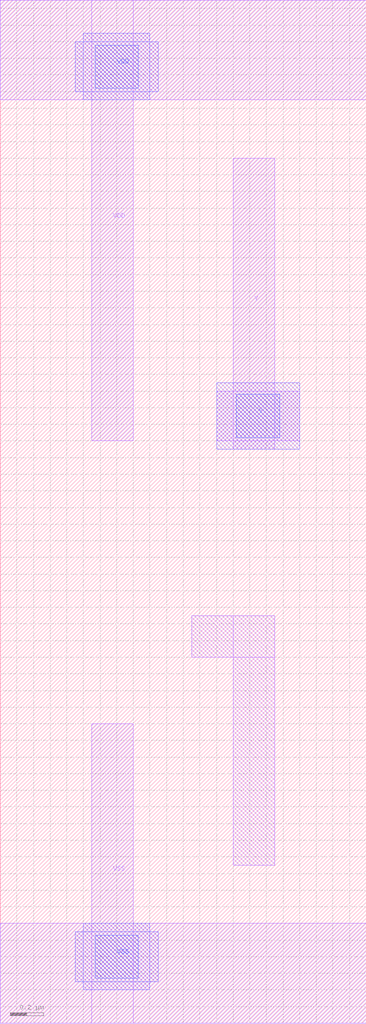
<source format=lef>
# Copyright 2022 Google LLC
# Licensed under the Apache License, Version 2.0 (the "License");
# you may not use this file except in compliance with the License.
# You may obtain a copy of the License at
#
#      http://www.apache.org/licenses/LICENSE-2.0
#
# Unless required by applicable law or agreed to in writing, software
# distributed under the License is distributed on an "AS IS" BASIS,
# WITHOUT WARRANTIES OR CONDITIONS OF ANY KIND, either express or implied.
# See the License for the specific language governing permissions and
# limitations under the License.
VERSION 5.7 ;
BUSBITCHARS "[]" ;
DIVIDERCHAR "/" ;

MACRO gf180mcu_osu_sc_9T_tiehi
  CLASS CORE ;
  ORIGIN 0 0 ;
  FOREIGN gf180mcu_osu_sc_9T_tiehi 0 0 ;
  SIZE 2.2 BY 6.15 ;
  SYMMETRY X Y ;
  SITE GF018hv5v_mcu_sc7 ;
  PIN VDD
    DIRECTION INOUT ;
    USE POWER ;
    SHAPE ABUTMENT ;
    PORT
      LAYER MET1 ;
        RECT 0 5.55 2.2 6.15 ;
        RECT 0.55 3.5 0.8 6.15 ;
      LAYER MET2 ;
        RECT 0.45 5.6 0.95 5.9 ;
        RECT 0.5 5.55 0.9 5.95 ;
      LAYER VIA12 ;
        RECT 0.57 5.62 0.83 5.88 ;
    END
  END VDD
  PIN VSS
    DIRECTION INOUT ;
    USE GROUND ;
    PORT
      LAYER MET1 ;
        RECT 0 0 2.2 0.6 ;
        RECT 0.55 0 0.8 1.8 ;
      LAYER MET2 ;
        RECT 0.45 0.25 0.95 0.55 ;
        RECT 0.5 0.2 0.9 0.6 ;
      LAYER VIA12 ;
        RECT 0.57 0.27 0.83 0.53 ;
    END
  END VSS
  PIN Y
    DIRECTION OUTPUT ;
    USE SIGNAL ;
    PORT
      LAYER MET1 ;
        RECT 1.3 3.5 1.8 3.8 ;
        RECT 1.4 3.45 1.65 5.2 ;
      LAYER MET2 ;
        RECT 1.3 3.45 1.8 3.85 ;
      LAYER VIA12 ;
        RECT 1.42 3.52 1.68 3.78 ;
    END
  END Y
  OBS
    LAYER MET1 ;
      RECT 1.15 2.2 1.65 2.45 ;
      RECT 1.4 0.95 1.65 2.45 ;
  END
END gf180mcu_osu_sc_9T_tiehi

</source>
